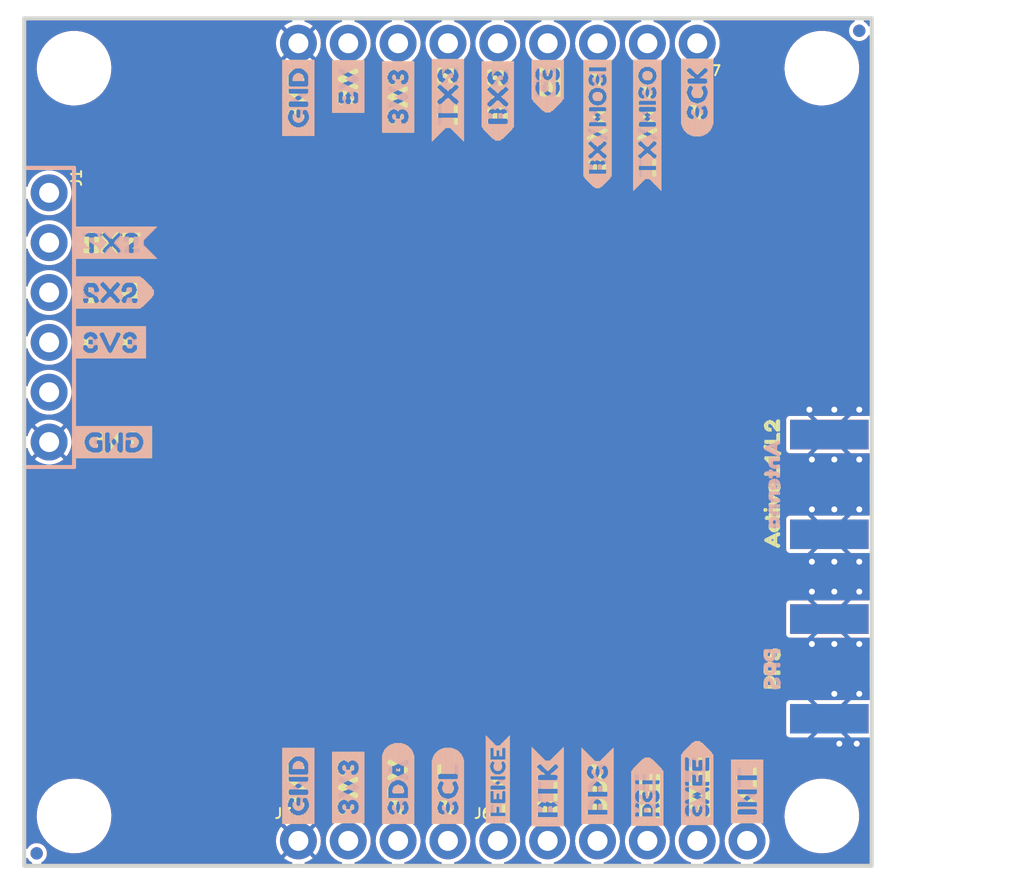
<source format=kicad_pcb>
(kicad_pcb (version 20221018) (generator pcbnew)
  (layers (0 "F.Cu" signal) (1 "In1.Cu" signal) (2 "In2.Cu" signal) (31 "B.Cu" signal) (34 "B.Paste" user) (35 "F.Paste" user) (36 "B.SilkS" user "B.Silkscreen") (37 "F.SilkS" user "F.Silkscreen") (38 "B.Mask" user) (39 "F.Mask" user) (44 "Edge.Cuts" user))
  (net 0 "")
  (net 1 "3.3V")
  (net 2 "GND")
  (net 3 "SCL/SCK")
  (net 4 "SDA/~{CS}")
  (net 5 "~{RESET}")
  (net 6 "INT")
  (net 7 "PPS_STAT")
  (net 8 "~{SAFE}")
  (net 9 "RXI/MOSI")
  (net 10 "TXO/MISO")
  (net 11 "GPS_ANT1")
  (net 12 "5V")
  (net 13 "RTK_STAT")
  (net 14 "FENCE_STAT")
  (net 15 "TX2")
  (net 16 "RX2")
  (net 17 "PPS")
  (footprint "TX21" (layer "F.Cu") (at 148.5011 89.7636 90)
    (fp_text reference "U$50" hide)
    (fp_text value "" hide)
  )
  (footprint "STAND-OFF" (layer "F.Cu") (at 129.4511 124.0536 90)
    (fp_text reference "JP31" hide)
    (fp_text value "STAND-OFF" hide)
    (pad "" np_thru_hole circle locked (at 0 0 90) (size 3.302 3.302) (drill 3.302) (layers "*.Cu" "*.Mask"))
  )
  (footprint "STAND-OFF" (layer "F.Cu") (at 129.4511 85.9536 90)
    (fp_text reference "JP41" hide)
    (fp_text value "STAND-OFF" hide)
    (pad "" np_thru_hole circle locked (at 0 0 90) (size 3.302 3.302) (drill 3.302) (layers "*.Cu" "*.Mask"))
  )
  (footprint "TX#MISO1" (layer "F.Cu") (at 158.6611 92.3036 90)
    (fp_text reference "U$34" hide)
    (fp_text value "" hide)
  )
  (footprint "#RST3" (layer "F.Cu") (at 158.6611 125.1966 90)
    (fp_text reference "U$35" hide)
    (fp_text value "" hide)
  )
  (footprint "GND-04" (layer "F.Cu") (at 140.8811 124.9426 90)
    (fp_text reference "U$8" hide)
    (fp_text value "" hide)
  )
  (footprint "SCL-[)" (layer "F.Cu") (at 148.5011 124.9426 90)
    (fp_text reference "U$3" hide)
    (fp_text value "" hide)
  )
  (footprint "1X06_NO_SILK" (layer "F.Cu") (at 128.1811 92.3036 -90)
    (fp_text reference "J1" (at -1.27 -1.397 90) (layer "F.SilkS") (effects (font (size 0.512064 0.512064) (thickness 0.097536)) (justify right)))
    (fp_text value "Radio")
    (pad "1" thru_hole circle locked (at 0 0) (size 1.8796 1.8796) (drill 1.016) (layers "*.Cu" "*.Mask"))
    (pad "2" thru_hole circle locked (at 2.54 0) (size 1.8796 1.8796) (drill 1.016) (layers "*.Cu" "*.Mask") (net 15 "TX2"))
    (pad "3" thru_hole circle locked (at 5.08 0) (size 1.8796 1.8796) (drill 1.016) (layers "*.Cu" "*.Mask") (net 16 "RX2"))
    (pad "4" thru_hole circle locked (at 7.62 0) (size 1.8796 1.8796) (drill 1.016) (layers "*.Cu" "*.Mask") (net 1 "3.3V"))
    (pad "5" thru_hole circle locked (at 10.16 0) (size 1.8796 1.8796) (drill 1.016) (layers "*.Cu" "*.Mask"))
    (pad "6" thru_hole circle locked (at 12.7 0) (size 1.8796 1.8796) (drill 1.016) (layers "*.Cu" "*.Mask") (net 2 "GND"))
  )
  (footprint "RX20" (layer "F.Cu") (at 151.0411 89.7636 90)
    (fp_text reference "U$21" hide)
    (fp_text value "" hide)
  )
  (footprint "RX22" (layer "F.Cu") (at 128.9431 97.3836)
    (fp_text reference "U$42" hide)
    (fp_text value "" hide)
  )
  (footprint "GND-04" (layer "F.Cu") (at 140.8811 89.8906 90)
    (fp_text reference "U$63" hide)
    (fp_text value "" hide)
  )
  (footprint "TX23" (layer "F.Cu") (at 128.9431 94.8436)
    (fp_text reference "U$51" hide)
    (fp_text value "" hide)
  )
  (footprint "#SAFE1" (layer "F.Cu") (at 161.2011 125.1966 90)
    (fp_text reference "U$39" hide)
    (fp_text value "" hide)
  )
  (footprint "SCK-(]-04" (layer "F.Cu") (at 161.2011 89.5096 90)
    (fp_text reference "U$38" hide)
    (fp_text value "" hide)
  )
  (footprint "SMA-EDGE" (layer "F.Cu") (at 167.9321 116.5606 -90)
    (fp_text reference "E2" hide)
    (fp_text value "SMA" hide)
    (pad "GND@0" smd rect locked (at -2.54 0 270) (size 1.5 4) (layers "F.Cu" "F.Mask") (net 2 "GND"))
    (pad "GND@1" smd rect locked (at 2.54 0 270) (size 1.5 4) (layers "F.Cu" "F.Mask") (net 2 "GND"))
    (pad "GND@2" smd rect locked (at -2.54 0 270) (size 1.5 4) (layers "*.Cu" "*.Mask") (net 2 "GND"))
    (pad "GND@3" smd rect locked (at 2.54 0 270) (size 1.5 4) (layers "*.Cu" "*.Mask") (net 2 "GND"))
    (pad "SIG" smd rect locked (at 0 0 270) (size 1.5 4) (layers "F.Cu" "F.Mask") (net 17 "PPS"))
  )
  (footprint "CS#-_]" (layer "F.Cu") (at 153.5811 88.4936 90)
    (fp_text reference "U$23" hide)
    (fp_text value "" hide)
  )
  (footprint "SDA-[)" (layer "F.Cu") (at 145.9611 124.9426 90)
    (fp_text reference "U$1" hide)
    (fp_text value "" hide)
  )
  (footprint "5V" (layer "F.Cu") (at 143.4211 88.7476 90)
    (fp_text reference "U$19" hide)
    (fp_text value "" hide)
  )
  (footprint "PPS5" (layer "F.Cu") (at 156.1211 124.9426 90)
    (fp_text reference "U$43" hide)
    (fp_text value "" hide)
  )
  (footprint "PPS1" (layer "F.Cu") (at 165.0111 118.3386 90)
    (fp_text reference "U$47" hide)
    (fp_text value "" hide)
  )
  (footprint "FENCE0" (layer "F.Cu") (at 151.0411 124.8156 90)
    (fp_text reference "U$14" hide)
    (fp_text value "" hide)
  )
  (footprint "MICRO-FIDUCIAL" (layer "F.Cu") (at 169.4561 84.0486 90)
    (fp_text reference "JP21" hide)
    (fp_text value "FIDUCIALUFIDUCIAL" hide)
    (pad "1" smd roundrect locked (at 0 0 90) (size 0.635 0.635) (layers "F.Cu" "F.Mask") (roundrect_rratio 0.5))
  )
  (footprint "1X09_NO_SILK" (layer "F.Cu") (at 161.2011 84.6836 180)
    (fp_text reference "J7" (at -1.27 -1.397) (layer "F.SilkS") (effects (font (size 0.512064 0.512064) (thickness 0.097536)) (justify right)))
    (fp_text value "")
    (pad "1" thru_hole circle locked (at 0 0 270) (size 1.8796 1.8796) (drill 1.016) (layers "*.Cu" "*.Mask") (net 3 "SCL/SCK"))
    (pad "2" thru_hole circle locked (at 2.54 0 270) (size 1.8796 1.8796) (drill 1.016) (layers "*.Cu" "*.Mask") (net 10 "TXO/MISO"))
    (pad "3" thru_hole circle locked (at 5.08 0 270) (size 1.8796 1.8796) (drill 1.016) (layers "*.Cu" "*.Mask") (net 9 "RXI/MOSI"))
    (pad "4" thru_hole circle locked (at 7.62 0 270) (size 1.8796 1.8796) (drill 1.016) (layers "*.Cu" "*.Mask") (net 4 "SDA/~{CS}"))
    (pad "5" thru_hole circle locked (at 10.16 0 270) (size 1.8796 1.8796) (drill 1.016) (layers "*.Cu" "*.Mask") (net 16 "RX2"))
    (pad "6" thru_hole circle locked (at 12.7 0 270) (size 1.8796 1.8796) (drill 1.016) (layers "*.Cu" "*.Mask") (net 15 "TX2"))
    (pad "7" thru_hole circle locked (at 15.24 0 270) (size 1.8796 1.8796) (drill 1.016) (layers "*.Cu" "*.Mask") (net 1 "3.3V"))
    (pad "8" thru_hole circle locked (at 17.78 0 270) (size 1.8796 1.8796) (drill 1.016) (layers "*.Cu" "*.Mask") (net 12 "5V"))
    (pad "9" thru_hole circle locked (at 20.32 0 270) (size 1.8796 1.8796) (drill 1.016) (layers "*.Cu" "*.Mask") (net 2 "GND"))
  )
  (footprint "1X04_NO_SILK" (layer "F.Cu") (at 140.8811 125.3236)
    (fp_text reference "J3" (at -1.27 -1.397) (layer "F.SilkS") (effects (font (size 0.512064 0.512064) (thickness 0.097536)) (justify left)))
    (fp_text value "PTH" hide)
    (pad "1" thru_hole circle locked (at 0 0 90) (size 1.8796 1.8796) (drill 1.016) (layers "*.Cu" "*.Mask") (net 2 "GND"))
    (pad "2" thru_hole circle locked (at 2.54 0 90) (size 1.8796 1.8796) (drill 1.016) (layers "*.Cu" "*.Mask") (net 1 "3.3V"))
    (pad "3" thru_hole circle locked (at 5.08 0 90) (size 1.8796 1.8796) (drill 1.016) (layers "*.Cu" "*.Mask") (net 4 "SDA/~{CS}"))
    (pad "4" thru_hole circle locked (at 7.62 0 90) (size 1.8796 1.8796) (drill 1.016) (layers "*.Cu" "*.Mask") (net 3 "SCL/SCK"))
  )
  (footprint "GND3" (layer "F.Cu") (at 129.0701 105.0036)
    (fp_text reference "U$45" hide)
    (fp_text value "" hide)
  )
  (footprint "3V3-04" (layer "F.Cu") (at 145.9611 89.7636 90)
    (fp_text reference "U$61" hide)
    (fp_text value "" hide)
  )
  (footprint "RX#MOSI3" (layer "F.Cu") (at 156.1211 92.1766 90)
    (fp_text reference "U$26" hide)
    (fp_text value "" hide)
  )
  (footprint "STAND-OFF" (layer "F.Cu") (at 167.5511 85.9536 90)
    (fp_text reference "JP101" hide)
    (fp_text value "STAND-OFF" hide)
    (pad "" np_thru_hole circle locked (at 0 0 90) (size 3.302 3.302) (drill 3.302) (layers "*.Cu" "*.Mask"))
  )
  (footprint "STAND-OFF" (layer "F.Cu") (at 167.5511 124.0536 90)
    (fp_text reference "JP91" hide)
    (fp_text value "STAND-OFF" hide)
    (pad "" np_thru_hole circle locked (at 0 0 90) (size 3.302 3.302) (drill 3.302) (layers "*.Cu" "*.Mask"))
  )
  (footprint "RTK1" (layer "F.Cu") (at 153.5811 125.0696 90)
    (fp_text reference "U$29" hide)
    (fp_text value "" hide)
  )
  (footprint "MICRO-FIDUCIAL" (layer "F.Cu") (at 127.5461 125.9586 90)
    (fp_text reference "JP61" hide)
    (fp_text value "FIDUCIALUFIDUCIAL" hide)
    (pad "1" smd roundrect locked (at 0 0 90) (size 0.635 0.635) (layers "F.Cu" "F.Mask") (roundrect_rratio 0.5))
  )
  (footprint "SMA-EDGE" (layer "F.Cu") (at 167.9321 107.1626 -90)
    (fp_text reference "E1" hide)
    (fp_text value "SMA" hide)
    (pad "GND@0" smd rect locked (at -2.54 0 270) (size 1.5 4) (layers "F.Cu" "F.Mask") (net 2 "GND"))
    (pad "GND@1" smd rect locked (at 2.54 0 270) (size 1.5 4) (layers "F.Cu" "F.Mask") (net 2 "GND"))
    (pad "GND@2" smd rect locked (at -2.54 0 270) (size 1.5 4) (layers "*.Cu" "*.Mask") (net 2 "GND"))
    (pad "GND@3" smd rect locked (at 2.54 0 270) (size 1.5 4) (layers "*.Cu" "*.Mask") (net 2 "GND"))
    (pad "SIG" smd rect locked (at 0 0 270) (size 1.5 4) (layers "F.Cu" "F.Mask") (net 11 "GPS_ANT1"))
  )
  (footprint "3V3-04" (layer "F.Cu") (at 143.4211 124.9426 90)
    (fp_text reference "U$6" hide)
    (fp_text value "" hide)
  )
  (footprint "1X06_NO_SILK" (layer "F.Cu") (at 151.0411 125.3236)
    (fp_text reference "J6" (at -1.27 -1.397) (layer "F.SilkS") (effects (font (size 0.512064 0.512064) (thickness 0.097536)) (justify left)))
    (fp_text value "")
    (pad "1" thru_hole circle locked (at 0 0 90) (size 1.8796 1.8796) (drill 1.016) (layers "*.Cu" "*.Mask") (net 14 "FENCE_STAT"))
    (pad "2" thru_hole circle locked (at 2.54 0 90) (size 1.8796 1.8796) (drill 1.016) (layers "*.Cu" "*.Mask") (net 13 "RTK_STAT"))
    (pad "3" thru_hole circle locked (at 5.08 0 90) (size 1.8796 1.8796) (drill 1.016) (layers "*.Cu" "*.Mask") (net 7 "PPS_STAT"))
    (pad "4" thru_hole circle locked (at 7.62 0 90) (size 1.8796 1.8796) (drill 1.016) (layers "*.Cu" "*.Mask") (net 5 "~{RESET}"))
    (pad "5" thru_hole circle locked (at 10.16 0 90) (size 1.8796 1.8796) (drill 1.016) (layers "*.Cu" "*.Mask") (net 8 "~{SAFE}"))
    (pad "6" thru_hole circle locked (at 12.7 0 90) (size 1.8796 1.8796) (drill 1.016) (layers "*.Cu" "*.Mask") (net 6 "INT"))
  )
  (footprint "3V3-04" (layer "F.Cu") (at 128.9431 99.9236)
    (fp_text reference "U$66" hide)
    (fp_text value "" hide)
  )
  (footprint "ACTIVE_L1#L21" (layer "F.Cu") (at 165.0111 111.0996 90)
    (fp_text reference "U$65" hide)
    (fp_text value "" hide)
  )
  (footprint "INT8" (layer "F.Cu") (at 163.7411 124.9426 90)
    (fp_text reference "U$15" hide)
    (fp_text value "" hide)
  )
  (footprint "RX#MOSI3" (layer "B.Cu") (at 156.1211 92.1766 90)
    (fp_text reference "U$31" hide)
    (fp_text value "" hide)
  )
  (footprint "3V3-04" (layer "B.Cu") (at 143.4211 124.9426 90)
    (fp_text reference "U$7" hide)
    (fp_text value "" hide)
  )
  (footprint "PPS5" (layer "B.Cu") (at 156.1211 124.9426 90)
    (fp_text reference "U$44" hide)
    (fp_text value "" hide)
  )
  (footprint "RX20" (layer "B.Cu") (at 151.0411 89.7636 90)
    (fp_text reference "U$56" hide)
    (fp_text value "" hide)
  )
  (footprint "RTK1" (layer "B.Cu") (at 153.5811 125.0696 90)
    (fp_text reference "U$28" hide)
    (fp_text value "" hide)
  )
  (footprint "MICRO-FIDUCIAL" (layer "B.Cu") (at 127.5461 125.9586 -90)
    (fp_text reference "JP81" hide)
    (fp_text value "FIDUCIALUFIDUCIAL" hide)
    (pad "1" smd roundrect locked (at 0 0 270) (size 0.635 0.635) (layers "B.Cu" "B.Mask") (roundrect_rratio 0.5))
  )
  (footprint "SDA-[)" (layer "B.Cu") (at 145.9611 124.9426 90)
    (fp_text reference "U$4" hide)
    (fp_text value "" hide)
  )
  (footprint "TX21" (layer "B.Cu") (at 148.5011 89.7636 90)
    (fp_text reference "U$55" hide)
    (fp_text value "" hide)
  )
  (footprint "#RST3" (layer "B.Cu") (at 158.6611 125.1966 90)
    (fp_text reference "U$36" hide)
    (fp_text value "" hide)
  )
  (footprint "CS#-_]" (layer "B.Cu") (at 153.5811 88.4936 90)
    (fp_text reference "U$24" hide)
    (fp_text value "" hide)
  )
  (footprint "RX20" (layer "B.Cu") (at 133.6421 97.3836 180)
    (fp_text reference "U$58" hide)
    (fp_text value "" hide)
  )
  (footprint "SCL-[)" (layer "B.Cu") (at 148.5011 124.9426 90)
    (fp_text reference "U$5" hide)
    (fp_text value "" hide)
  )
  (footprint "TX#MISO1" (layer "B.Cu") (at 158.6611 92.3036 90)
    (fp_text reference "U$37" hide)
    (fp_text value "" hide)
  )
  (footprint "5V" (layer "B.Cu") (at 143.4211 88.7476 90)
    (fp_text reference "U$20" hide)
    (fp_text value "" hide)
  )
  (footprint "TX21" (layer "B.Cu") (at 133.7691 94.8436 180)
    (fp_text reference "U$57" hide)
    (fp_text value "" hide)
  )
  (footprint "SCK-(]-04" (layer "B.Cu") (at 161.2011 89.5096 90)
    (fp_text reference "U$41" hide)
    (fp_text value "" hide)
  )
  (footprint "GND-04" (layer "B.Cu") (at 140.8811 124.9426 90)
    (fp_text reference "U$9" hide)
    (fp_text value "" hide)
  )
  (footprint "GND-04" (layer "B.Cu") (at 140.8811 89.8906 90)
    (fp_text reference "U$62" hide)
    (fp_text value "" hide)
  )
  (footprint "#SAFE1" (layer "B.Cu") (at 161.2011 125.1966 90)
    (fp_text reference "U$40" hide)
    (fp_text value "" hide)
  )
  (footprint "FENCE0" (layer "B.Cu") (at 151.0411 124.8156 90)
    (fp_text reference "U$17" hide)
    (fp_text value "" hide)
  )
  (footprint "INT8" (layer "B.Cu") (at 163.7411 124.9426 90)
    (fp_text reference "U$16" hide)
    (fp_text value "" hide)
  )
  (footprint "MICRO-FIDUCIAL" (layer "B.Cu") (at 169.4561 84.0486 -90)
    (fp_text reference "JP71" hide)
    (fp_text value "FIDUCIALUFIDUCIAL" hide)
    (pad "1" smd roundrect locked (at 0 0 270) (size 0.635 0.635) (layers "B.Cu" "B.Mask") (roundrect_rratio 0.5))
  )
  (footprint "3V3-04" (layer "B.Cu") (at 145.9611 89.7636 90)
    (fp_text reference "U$60" hide)
    (fp_text value "" hide)
  )
  (footprint "GND3" (layer "B.Cu") (at 133.8961 105.0036 180)
    (fp_text reference "U$68" hide)
    (fp_text value "" hide)
  )
  (footprint "PPS1" (layer "B.Cu") (at 165.0111 114.7826 -90)
    (fp_text reference "U$74" hide)
    (fp_text value "" hide)
  )
  (footprint "3V3-04" (layer "B.Cu") (at 133.6421 99.9236 180)
    (fp_text reference "U$67" hide)
    (fp_text value "" hide)
  )
  (footprint "ANTENNA2" (layer "B.Cu") (at 165.0111 104.2416 -90)
    (fp_text reference "U$75" hide)
    (fp_text value "" hide)
  )
  (gr_line locked (start 129.4511 106.2736) (end 126.9111 106.2736) (stroke (width 0.2032)) (layer "B.SilkS"))
  (gr_line locked (start 126.9111 91.0336) (end 129.4511 91.0336) (stroke (width 0.2032)) (layer "B.SilkS"))
  (gr_line locked (start 129.4511 91.0336) (end 129.4511 106.2736) (stroke (width 0.2032)) (layer "B.SilkS"))
  (gr_line locked (start 126.9111 91.0336) (end 129.4511 91.0336) (stroke (width 0.2032)) (layer "F.SilkS"))
  (gr_line locked (start 129.4511 106.2736) (end 126.9111 106.2736) (stroke (width 0.2032)) (layer "F.SilkS"))
  (gr_line locked (start 129.4511 91.0336) (end 129.4511 106.2736) (stroke (width 0.2032)) (layer "F.SilkS"))
  (gr_line locked (start 126.9111 83.4136) (end 170.0911 83.4136) (stroke (width 0.2032)) (layer "Edge.Cuts"))
  (gr_line locked (start 170.0911 83.4136) (end 170.0911 126.5936) (stroke (width 0.2032)) (layer "Edge.Cuts"))
  (gr_line locked (start 170.0911 126.5936) (end 126.9111 126.5936) (stroke (width 0.2032)) (layer "Edge.Cuts"))
  (gr_line locked (start 126.9111 126.5936) (end 126.9111 83.4136) (stroke (width 0.2032)) (layer "Edge.Cuts"))
  (via blind locked (at 169.4561 115.2906) (size 0.6096) (drill 0.3048) (layers "F.Cu" "In1.Cu") (net 2))
  (via blind locked (at 169.4561 105.8926) (size 0.6096) (drill 0.3048) (layers "F.Cu" "In1.Cu") (net 2))
  (via blind locked (at 169.4561 111.0996) (size 0.6096) (drill 0.3048) (layers "F.Cu" "In1.Cu") (net 2))
  (via blind locked (at 168.1861 103.3526) (size 0.6096) (drill 0.3048) (layers "F.Cu" "In1.Cu") (net 2))
  (via blind locked (at 168.1861 117.8306) (size 0.6096) (drill 0.3048) (layers "F.Cu" "In1.Cu") (net 2))
  (via blind locked (at 168.1861 115.2906) (size 0.6096) (drill 0.3048) (layers "F.Cu" "In1.Cu") (net 2))
  (via blind locked (at 169.4561 108.4326) (size 0.6096) (drill 0.3048) (layers "F.Cu" "In1.Cu") (net 2))
  (via blind locked (at 169.4561 117.8306) (size 0.6096) (drill 0.3048) (layers "F.Cu" "In1.Cu") (net 2))
  (via blind locked (at 166.9161 103.3526) (size 0.6096) (drill 0.3048) (layers "F.Cu" "In1.Cu") (net 2))
  (via blind locked (at 168.1861 112.6236) (size 0.6096) (drill 0.3048) (layers "F.Cu" "In1.Cu") (net 2))
  (via blind locked (at 168.1861 105.8926) (size 0.6096) (drill 0.3048) (layers "F.Cu" "In1.Cu") (net 2))
  (via blind locked (at 168.4401 120.3706) (size 0.6096) (drill 0.3048) (layers "F.Cu" "In1.Cu") (net 2))
  (via blind locked (at 168.1861 108.4326) (size 0.6096) (drill 0.3048) (layers "F.Cu" "In1.Cu") (net 2))
  (via blind locked (at 167.0431 112.6236) (size 0.6096) (drill 0.3048) (layers "F.Cu" "In1.Cu") (net 2))
  (via blind locked (at 169.4561 112.6236) (size 0.6096) (drill 0.3048) (layers "F.Cu" "In1.Cu") (net 2))
  (via blind locked (at 169.4561 103.3526) (size 0.6096) (drill 0.3048) (layers "F.Cu" "In1.Cu") (net 2))
  (via blind locked (at 167.0431 111.0996) (size 0.6096) (drill 0.3048) (layers "F.Cu" "In1.Cu") (net 2))
  (via blind locked (at 169.3291 120.3706) (size 0.6096) (drill 0.3048) (layers "F.Cu" "In1.Cu") (net 2))
  (via blind locked (at 168.1861 111.0996) (size 0.6096) (drill 0.3048) (layers "F.Cu" "In1.Cu") (net 2))
  (via blind locked (at 167.0431 115.2906) (size 0.6096) (drill 0.3048) (layers "F.Cu" "In1.Cu") (net 2))
  (via blind locked (at 167.0431 105.8926) (size 0.6096) (drill 0.3048) (layers "F.Cu" "In1.Cu") (net 2))
  (via blind locked (at 167.0431 108.4326) (size 0.6096) (drill 0.3048) (layers "F.Cu" "In1.Cu") (net 2))
  (zone locked (net 2) (net_name "GND") (layer "F.Cu") (priority 2) (connect_pads (clearance 0.2032)) (min_thickness 0.0762) (fill yes (thermal_gap 0.2024) (thermal_bridge_width 0.2024) (island_removal_mode 1) (island_area_min 10))
    (polygon (pts (xy 170.1673 126.6698) (xy 126.8349 126.6698) (xy 126.8349 83.3374) (xy 170.1673 83.3374)))
  )
  (zone locked (net 2) (net_name "GND") (layer "B.Cu") (priority 6) (connect_pads (clearance 0.2032)) (min_thickness 0.0762) (fill yes (thermal_gap 0.2024) (thermal_bridge_width 0.2024) (island_removal_mode 1) (island_area_min 10))
    (polygon (pts (xy 170.1673 126.6698) (xy 126.8349 126.6698) (xy 126.8349 83.3374) (xy 170.1673 83.3374)))
  )
)
</source>
